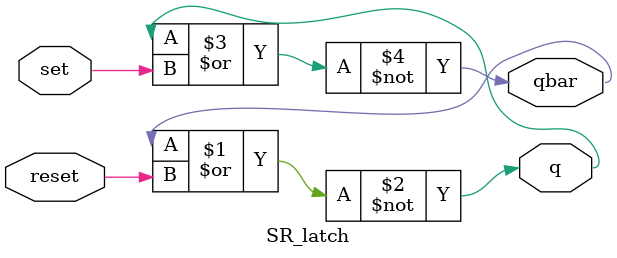
<source format=v>
module SR_latch (q, qbar, set, reset);
    output q, qbar;
    input set, reset;

    nor #1 (q, qbar, reset);
    nor #1 (qbar, q, set);
endmodule
</source>
